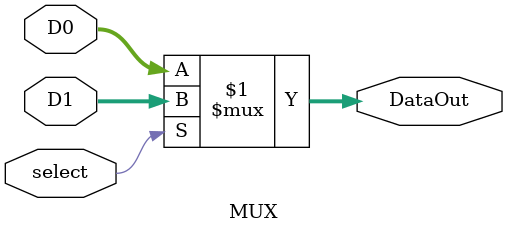
<source format=v>
`timescale 1ns / 1ps

module MUX(
input [15:0]D0,
input [15:0]D1,
output [15:0]DataOut,
input select
    );
    assign DataOut= select? D1:D0; 
    
endmodule

</source>
